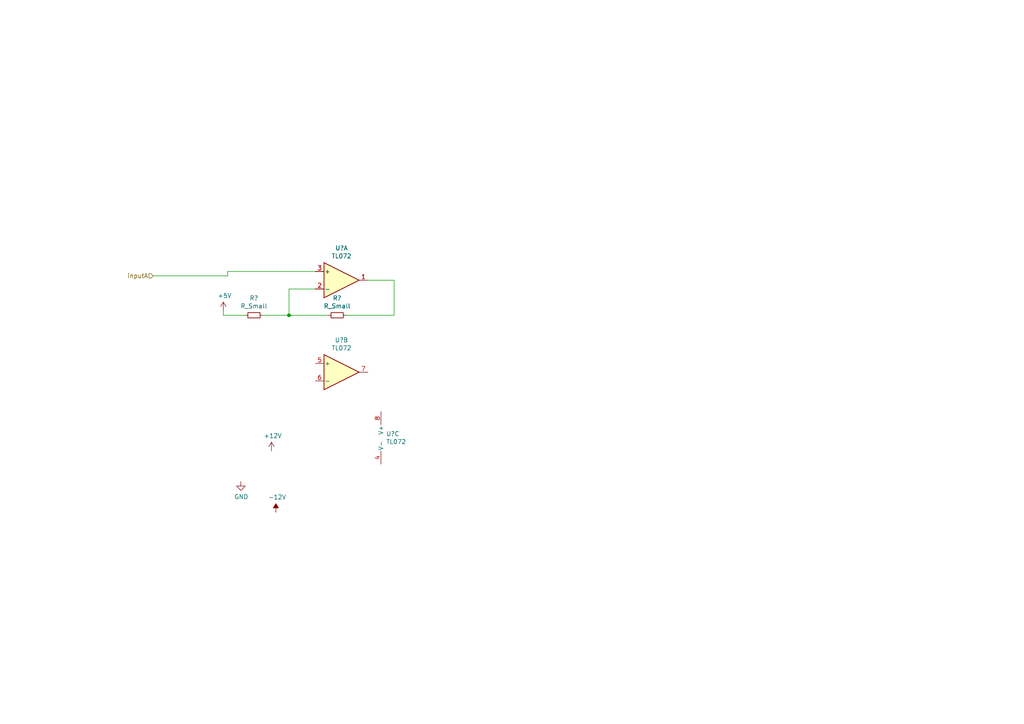
<source format=kicad_sch>
(kicad_sch (version 20211123) (generator eeschema)
  (paper "A4")
  (lib_symbols
    (symbol "Amplifier_Operational:TL072" (pin_names (offset 0.127))
      (property "Reference" "U" (at 0 5.08 0))
      (property "Value" "TL072" (at 0 -5.08 0))
      (symbol "TL072_1_1"
        (polyline (pts (xy -5.08 5.08) (xy 5.08 0) (xy -5.08 -5.08) (xy -5.08 5.08)) (stroke (width 0.254)) (fill (type background)))
        (pin output line (at 7.62 0 180) (length 2.54) (name "~") (number "1"))
        (pin input line (at -7.62 -2.54 0) (length 2.54) (name "-") (number "2"))
        (pin input line (at -7.62 2.54 0) (length 2.54) (name "+") (number "3"))
      )
      (symbol "TL072_2_1"
        (polyline (pts (xy -5.08 5.08) (xy 5.08 0) (xy -5.08 -5.08) (xy -5.08 5.08)) (stroke (width 0.254)) (fill (type background)))
        (pin input line (at -7.62 2.54 0) (length 2.54) (name "+") (number "5"))
        (pin input line (at -7.62 -2.54 0) (length 2.54) (name "-") (number "6"))
        (pin output line (at 7.62 0 180) (length 2.54) (name "~") (number "7"))
      )
      (symbol "TL072_3_1"
        (pin power_in line (at -2.54 -7.62 90) (length 3.81) (name "V-") (number "4"))
        (pin power_in line (at -2.54 7.62 270) (length 3.81) (name "V+") (number "8"))
      )
    )
    (symbol "Device:R_Small" (pin_numbers hide) (pin_names (offset 0.254) hide)
      (property "Reference" "R" (at 0.762 0.508 0))
      (property "Value" "R_Small" (at 0.762 -1.016 0))
      (symbol "R_Small_0_1"
        (rectangle (start -0.762 1.778) (end 0.762 -1.778) (stroke (width 0.2032)))
      )
      (symbol "R_Small_1_1"
        (pin passive line (at 0 2.54 270) (length 0.762) (name "~") (number "1"))
        (pin passive line (at 0 -2.54 90) (length 0.762) (name "~") (number "2"))
      )
    )
    (symbol "power:+12V" (power) (pin_names (offset 0))
      (property "Value" "+12V" (at 0 3.556 0))
      (symbol "+12V_0_1"
        (polyline (pts (xy -0.762 1.27) (xy 0 2.54)))
        (polyline (pts (xy 0 0) (xy 0 2.54)))
        (polyline (pts (xy 0 2.54) (xy 0.762 1.27)))
      )
      (symbol "+12V_1_1"
        (pin power_in line (at 0 0 90) (length 0) hide (name "+12V") (number "1"))
      )
    )
    (symbol "power:+5V" (power) (pin_names (offset 0))
      (property "Value" "+5V" (at 0 3.556 0))
      (symbol "+5V_0_1"
        (polyline (pts (xy -0.762 1.27) (xy 0 2.54)))
        (polyline (pts (xy 0 0) (xy 0 2.54)))
        (polyline (pts (xy 0 2.54) (xy 0.762 1.27)))
      )
      (symbol "+5V_1_1"
        (pin power_in line (at 0 0 90) (length 0) hide (name "+5V") (number "1"))
      )
    )
    (symbol "power:-12V" (power) (pin_names (offset 0))
      (property "Value" "-12V" (at 0 3.81 0))
      (symbol "-12V_0_0"
        (pin power_in line (at 0 0 90) (length 0) hide (name "-12V") (number "1"))
      )
      (symbol "-12V_0_1"
        (polyline (pts (xy 0 0) (xy 0 1.27) (xy 0.762 1.27) (xy 0 2.54) (xy -0.762 1.27) (xy 0 1.27)) (fill (type outline)))
      )
    )
    (symbol "power:GND" (power) (pin_names (offset 0))
      (property "Value" "GND" (at 0 -3.81 0))
      (symbol "GND_0_1"
        (polyline (pts (xy 0 0) (xy 0 -1.27) (xy 1.27 -1.27) (xy 0 -2.54) (xy -1.27 -1.27) (xy 0 -1.27)))
      )
      (symbol "GND_1_1"
        (pin power_in line (at 0 0 270) (length 0) hide (name "GND") (number "1"))
      )
    )
  )
  (junction (at 83.82 91.44))
  (wire (pts (xy 66.04 78.74) (xy 91.44 78.74)))
  (wire (pts (xy 83.82 83.82) (xy 83.82 91.44)))
  (wire (pts (xy 76.2 91.44) (xy 83.82 91.44)))
  (wire (pts (xy 114.3 91.44) (xy 114.3 81.28)))
  (wire (pts (xy 100.33 91.44) (xy 114.3 91.44)))
  (wire (pts (xy 91.44 83.82) (xy 83.82 83.82)))
  (wire (pts (xy 83.82 91.44) (xy 95.25 91.44)))
  (wire (pts (xy 64.77 90.17) (xy 64.77 91.44)))
  (wire (pts (xy 66.04 80.01) (xy 66.04 78.74)))
  (wire (pts (xy 64.77 91.44) (xy 71.12 91.44)))
  (wire (pts (xy 44.45 80.01) (xy 66.04 80.01)))
  (wire (pts (xy 114.3 81.28) (xy 106.68 81.28)))
  (hierarchical_label "inputA" (shape input) (at 44.45 80.01 180))
  (symbol (lib_id "Amplifier_Operational:TL072") (at 99.06 81.28 0) (unit 1)
    (property "Reference" "U?" (at 99.06 71.9582 0))
    (property "Value" "TL072" (at 99.06 74.2696 0))
    (property "Datasheet" "http://www.ti.com/lit/ds/symlink/tl071.pdf" (effects hide))
  )
  (symbol (lib_id "Amplifier_Operational:TL072") (at 99.06 107.95 0) (unit 2)
    (property "Reference" "U?" (at 99.06 98.6282 0))
    (property "Value" "TL072" (at 99.06 100.9396 0))
    (property "Datasheet" "http://www.ti.com/lit/ds/symlink/tl071.pdf" (effects hide))
  )
  (symbol (lib_id "Amplifier_Operational:TL072") (at 113.03 127 0) (unit 3)
    (property "Reference" "U?" (at 111.9632 125.8316 0) (effects (justify left)))
    (property "Value" "TL072" (at 111.9632 128.143 0) (effects (justify left)))
    (property "Datasheet" "http://www.ti.com/lit/ds/symlink/tl071.pdf" (effects hide))
  )
  (symbol (lib_id "power:GND") (at 69.85 139.7 0) (unit 1)
    (property "Reference" "#PWR?" (effects hide))
    (property "Value" "GND" (at 69.977 144.0942 0))
  )
  (symbol (lib_id "power:+12V") (at 78.74 130.81 0) (unit 1)
    (property "Reference" "#PWR?" (effects hide))
    (property "Value" "+12V" (at 79.121 126.4158 0))
  )
  (symbol (lib_id "power:-12V") (at 80.01 148.59 0) (unit 1)
    (property "Reference" "#PWR?" (effects hide))
    (property "Value" "-12V" (at 80.391 144.1958 0))
  )
  (symbol (lib_id "Device:R_Small") (at 97.79 91.44 270) (unit 1)
    (property "Reference" "R?" (at 97.79 86.4616 90))
    (property "Value" "R_Small" (at 97.79 88.773 90))
  )
  (symbol (lib_id "Device:R_Small") (at 73.66 91.44 270) (unit 1)
    (property "Reference" "R?" (at 73.66 86.4616 90))
    (property "Value" "R_Small" (at 73.66 88.773 90))
  )
  (symbol (lib_id "power:+5V") (at 64.77 90.17 0) (unit 1)
    (property "Reference" "#PWR?" (effects hide))
    (property "Value" "+5V" (at 65.151 85.7758 0))
  )
)
</source>
